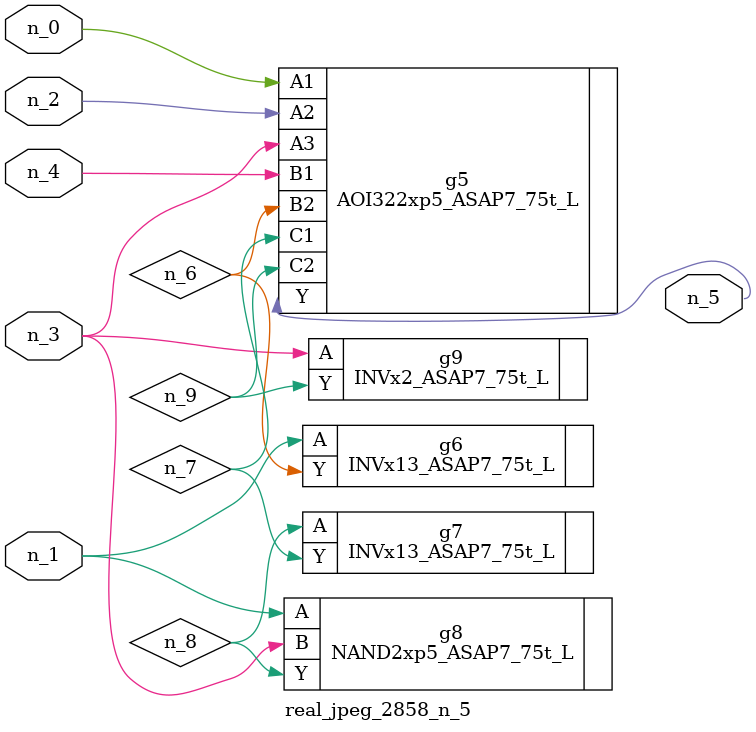
<source format=v>
module real_jpeg_2858_n_5 (n_4, n_0, n_1, n_2, n_3, n_5);

input n_4;
input n_0;
input n_1;
input n_2;
input n_3;

output n_5;

wire n_8;
wire n_6;
wire n_7;
wire n_9;

AOI322xp5_ASAP7_75t_L g5 ( 
.A1(n_0),
.A2(n_2),
.A3(n_3),
.B1(n_4),
.B2(n_6),
.C1(n_7),
.C2(n_9),
.Y(n_5)
);

INVx13_ASAP7_75t_L g6 ( 
.A(n_1),
.Y(n_6)
);

NAND2xp5_ASAP7_75t_L g8 ( 
.A(n_1),
.B(n_3),
.Y(n_8)
);

INVx2_ASAP7_75t_L g9 ( 
.A(n_3),
.Y(n_9)
);

INVx13_ASAP7_75t_L g7 ( 
.A(n_8),
.Y(n_7)
);


endmodule
</source>
